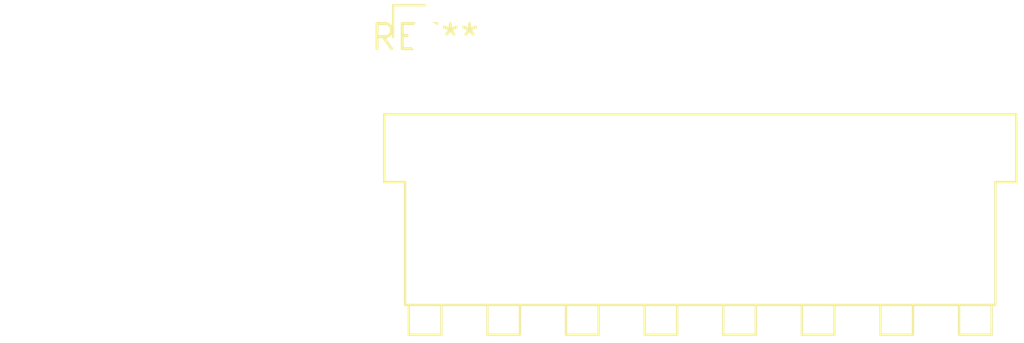
<source format=kicad_pcb>
(kicad_pcb (version 20240108) (generator pcbnew)
  (layers (0 "F.Cu" signal) (31 "B.Cu" signal) (34 "B.Paste" user) (35 "F.Paste" user) (36 "B.SilkS" user "B.Silkscreen") (37 "F.SilkS" user "F.Silkscreen") (38 "B.Mask" user) (39 "F.Mask" user) (44 "Edge.Cuts" user))
  (net 0 "")
  (footprint "JST_VH_B8PS-VH_1x08_P3.96mm_Horizontal" (layer "F.Cu") (at 0 0)
    (property "Reference" "REF**")
    (property "Value" "JST_VH_B8PS-VH_1x08_P3.96mm_Horizontal")
    (fp_line (start -2.06 3.89) (end 29.78 3.89) (layer "F.SilkS") (stroke (width 0.12)))
    (fp_line (start -2.06 7.31) (end -2.06 3.89) (layer "F.SilkS") (stroke (width 0.12)))
    (fp_line (start -1.61 -1.61) (end -1.61 0) (layer "F.SilkS") (stroke (width 0.12)))
    (fp_line (start -1.01 7.31) (end -2.06 7.31) (layer "F.SilkS") (stroke (width 0.12)))
    (fp_line (start -1.01 13.51) (end -1.01 7.31) (layer "F.SilkS") (stroke (width 0.12)))
    (fp_line (start -0.82 13.51) (end -0.82 15.01) (layer "F.SilkS") (stroke (width 0.12)))
    (fp_line (start -0.82 15.01) (end 0.82 15.01) (layer "F.SilkS") (stroke (width 0.12)))
    (fp_line (start 0 -1.61) (end -1.61 -1.61) (layer "F.SilkS") (stroke (width 0.12)))
    (fp_line (start 0.82 15.01) (end 0.82 13.51) (layer "F.SilkS") (stroke (width 0.12)))
    (fp_line (start 3.14 13.51) (end 3.14 15.01) (layer "F.SilkS") (stroke (width 0.12)))
    (fp_line (start 3.14 15.01) (end 4.78 15.01) (layer "F.SilkS") (stroke (width 0.12)))
    (fp_line (start 4.78 15.01) (end 4.78 13.51) (layer "F.SilkS") (stroke (width 0.12)))
    (fp_line (start 7.1 13.51) (end 7.1 15.01) (layer "F.SilkS") (stroke (width 0.12)))
    (fp_line (start 7.1 15.01) (end 8.74 15.01) (layer "F.SilkS") (stroke (width 0.12)))
    (fp_line (start 8.74 15.01) (end 8.74 13.51) (layer "F.SilkS") (stroke (width 0.12)))
    (fp_line (start 11.06 13.51) (end 11.06 15.01) (layer "F.SilkS") (stroke (width 0.12)))
    (fp_line (start 11.06 15.01) (end 12.7 15.01) (layer "F.SilkS") (stroke (width 0.12)))
    (fp_line (start 12.7 15.01) (end 12.7 13.51) (layer "F.SilkS") (stroke (width 0.12)))
    (fp_line (start 15.02 13.51) (end 15.02 15.01) (layer "F.SilkS") (stroke (width 0.12)))
    (fp_line (start 15.02 15.01) (end 16.66 15.01) (layer "F.SilkS") (stroke (width 0.12)))
    (fp_line (start 16.66 15.01) (end 16.66 13.51) (layer "F.SilkS") (stroke (width 0.12)))
    (fp_line (start 18.98 13.51) (end 18.98 15.01) (layer "F.SilkS") (stroke (width 0.12)))
    (fp_line (start 18.98 15.01) (end 20.62 15.01) (layer "F.SilkS") (stroke (width 0.12)))
    (fp_line (start 20.62 15.01) (end 20.62 13.51) (layer "F.SilkS") (stroke (width 0.12)))
    (fp_line (start 22.94 13.51) (end 22.94 15.01) (layer "F.SilkS") (stroke (width 0.12)))
    (fp_line (start 22.94 15.01) (end 24.58 15.01) (layer "F.SilkS") (stroke (width 0.12)))
    (fp_line (start 24.58 15.01) (end 24.58 13.51) (layer "F.SilkS") (stroke (width 0.12)))
    (fp_line (start 26.9 13.51) (end 26.9 15.01) (layer "F.SilkS") (stroke (width 0.12)))
    (fp_line (start 26.9 15.01) (end 28.54 15.01) (layer "F.SilkS") (stroke (width 0.12)))
    (fp_line (start 28.54 15.01) (end 28.54 13.51) (layer "F.SilkS") (stroke (width 0.12)))
    (fp_line (start 28.73 7.31) (end 28.73 13.51) (layer "F.SilkS") (stroke (width 0.12)))
    (fp_line (start 28.73 13.51) (end -1.01 13.51) (layer "F.SilkS") (stroke (width 0.12)))
    (fp_line (start 29.78 3.89) (end 29.78 7.31) (layer "F.SilkS") (stroke (width 0.12)))
    (fp_line (start 29.78 7.31) (end 28.73 7.31) (layer "F.SilkS") (stroke (width 0.12)))
    (pad "1" thru_hole roundrect (at 0 0) (size 2.7 2.7) (drill 1.7) (layers *.Cu *.Mask) (remove_unused_layers) (roundrect_rratio 0.092593))
    (pad "2" thru_hole circle (at 3.96 0) (size 2.7 2.7) (drill 1.7) (layers *.Cu *.Mask) (remove_unused_layers))
    (pad "3" thru_hole circle (at 7.92 0) (size 2.7 2.7) (drill 1.7) (layers *.Cu *.Mask) (remove_unused_layers))
    (pad "4" thru_hole circle (at 11.88 0) (size 2.7 2.7) (drill 1.7) (layers *.Cu *.Mask) (remove_unused_layers))
    (pad "5" thru_hole circle (at 15.84 0) (size 2.7 2.7) (drill 1.7) (layers *.Cu *.Mask) (remove_unused_layers))
    (pad "6" thru_hole circle (at 19.8 0) (size 2.7 2.7) (drill 1.7) (layers *.Cu *.Mask) (remove_unused_layers))
    (pad "7" thru_hole circle (at 23.76 0) (size 2.7 2.7) (drill 1.7) (layers *.Cu *.Mask) (remove_unused_layers))
    (pad "8" thru_hole circle (at 27.72 0) (size 2.7 2.7) (drill 1.7) (layers *.Cu *.Mask) (remove_unused_layers))
  )
)
</source>
